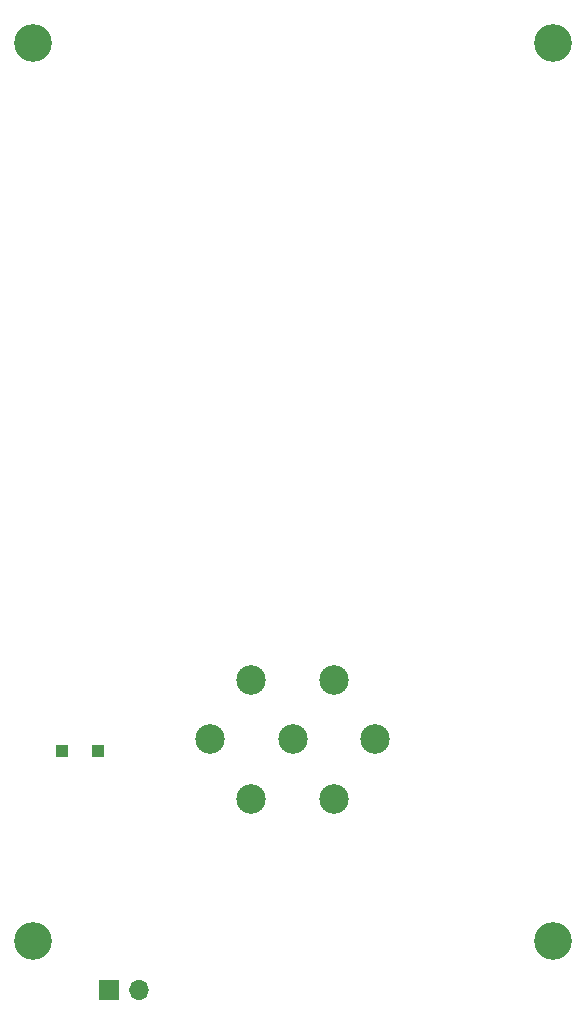
<source format=gbr>
%TF.GenerationSoftware,KiCad,Pcbnew,7.0.1*%
%TF.CreationDate,2023-04-12T14:45:20+09:00*%
%TF.ProjectId,KiCad_SP,4b694361-645f-4535-902e-6b696361645f,rev?*%
%TF.SameCoordinates,PX6422c40PY8a48640*%
%TF.FileFunction,Soldermask,Top*%
%TF.FilePolarity,Negative*%
%FSLAX46Y46*%
G04 Gerber Fmt 4.6, Leading zero omitted, Abs format (unit mm)*
G04 Created by KiCad (PCBNEW 7.0.1) date 2023-04-12 14:45:20*
%MOMM*%
%LPD*%
G01*
G04 APERTURE LIST*
%ADD10R,1.000000X1.000000*%
%ADD11C,2.500000*%
%ADD12C,3.200000*%
%ADD13R,1.700000X1.700000*%
%ADD14O,1.700000X1.700000*%
G04 APERTURE END LIST*
D10*
%TO.C,TP2*%
X8500000Y23000000D03*
%TD*%
D11*
%TO.C,H9*%
X28500000Y29000000D03*
%TD*%
%TO.C,H11*%
X32000000Y24000000D03*
%TD*%
D12*
%TO.C,H4*%
X3000000Y6920000D03*
%TD*%
D11*
%TO.C,H10*%
X21500000Y19000000D03*
%TD*%
%TO.C,H8*%
X28500000Y19000000D03*
%TD*%
%TO.C,H5*%
X25000000Y24000000D03*
%TD*%
D10*
%TO.C,TP1*%
X5450000Y23000000D03*
%TD*%
D11*
%TO.C,H6*%
X21500000Y29000000D03*
%TD*%
D12*
%TO.C,H2*%
X47000000Y83000000D03*
%TD*%
D13*
%TO.C,J1*%
X9475000Y2825000D03*
D14*
X12015000Y2825000D03*
%TD*%
D12*
%TO.C,H1*%
X3000000Y83000000D03*
%TD*%
%TO.C,H3*%
X47000000Y6920000D03*
%TD*%
D11*
%TO.C,H7*%
X18000000Y24000000D03*
%TD*%
M02*

</source>
